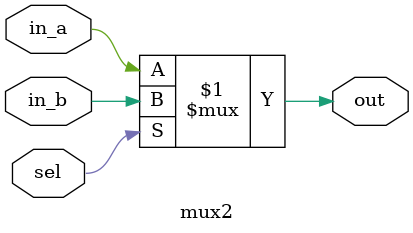
<source format=v>
module mux2
    #(parameter N = 1) (
        input [N-1:0] in_a, in_b,
        input sel,
        output [N-1:0] out
    );

assign out = sel ? in_b : in_a;
endmodule
</source>
